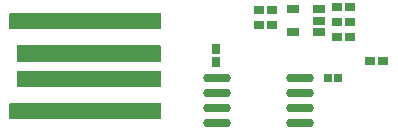
<source format=gbs>
G04 Layer: BottomSolderMaskLayer*
G04 EasyEDA v6.5.46, 2025-02-01 21:24:59*
G04 3faa27f7c1044bbbb46ecef337df57e6,286660f9466f4c8aba87c6f7285b94de,10*
G04 Gerber Generator version 0.2*
G04 Scale: 100 percent, Rotated: No, Reflected: No *
G04 Dimensions in millimeters *
G04 leading zeros omitted , absolute positions ,4 integer and 5 decimal *
%FSLAX45Y45*%
%MOMM*%

%AMMACRO1*4,1,8,-0.4161,-0.3208,-0.4458,-0.291,-0.4458,0.2911,-0.4161,0.3208,0.4161,0.3208,0.4458,0.2911,0.4458,-0.291,0.4161,-0.3208,-0.4161,-0.3208,0*%
%AMMACRO2*4,1,8,-0.2911,-0.4458,-0.3208,-0.4161,-0.3208,0.4161,-0.2911,0.4458,0.291,0.4458,0.3208,0.4161,0.3208,-0.4161,0.291,-0.4458,-0.2911,-0.4458,0*%
%AMMACRO3*4,1,8,-0.5207,-0.35,-0.55,-0.3207,-0.55,0.3207,-0.5207,0.35,0.5207,0.35,0.55,0.3207,0.55,-0.3207,0.5207,-0.35,-0.5207,-0.35,0*%
%AMMACRO4*4,1,8,0.5208,-0.3501,-0.5208,-0.35,-0.5501,-0.3207,-0.55,0.3207,-0.5207,0.35,0.5207,0.3501,0.55,0.3207,0.5501,-0.3207,0.5208,-0.3501,0*%
%AMMACRO5*4,1,8,-0.5207,-0.35,-0.55,-0.3207,-0.55,0.3208,-0.5207,0.35,0.5207,0.35,0.55,0.3208,0.55,-0.3207,0.5207,-0.35,-0.5207,-0.35,0*%
%AMMACRO6*4,1,8,-0.5207,-0.35,-0.55,-0.3207,-0.55,0.3207,-0.5207,0.35,0.5207,0.35,0.55,0.3207,0.55,-0.3206,0.5207,-0.3499,-0.5207,-0.35,0*%
%AMMACRO7*4,1,8,-0.5208,-0.3501,-0.55,-0.3207,-0.55,0.3207,-0.5208,0.3501,0.5207,0.35,0.55,0.3207,0.55,-0.3207,0.5207,-0.35,-0.5208,-0.3501,0*%
%AMMACRO8*4,1,8,-0.3039,-0.3208,-0.3336,-0.291,-0.3336,0.2911,-0.3039,0.3208,0.3038,0.3208,0.3336,0.2911,0.3336,-0.291,0.3038,-0.3208,-0.3039,-0.3208,0*%
%ADD10MACRO1*%
%ADD11MACRO2*%
%ADD12MACRO3*%
%ADD13MACRO4*%
%ADD14MACRO5*%
%ADD15MACRO6*%
%ADD16MACRO7*%
%ADD17O,2.3516082000000003X0.7315962*%
%ADD18MACRO8*%

%LPD*%
G36*
X-1276350Y-68579D02*
G01*
X-1276847Y-68554D01*
X-1277340Y-68483D01*
X-1277825Y-68361D01*
X-1278293Y-68193D01*
X-1278745Y-67980D01*
X-1279171Y-67724D01*
X-1279573Y-67426D01*
X-1279941Y-67091D01*
X-1280276Y-66723D01*
X-1280574Y-66321D01*
X-1280830Y-65895D01*
X-1281043Y-65443D01*
X-1281211Y-64975D01*
X-1281333Y-64490D01*
X-1281404Y-63997D01*
X-1281429Y-63500D01*
X-1281429Y63500D01*
X-1281404Y63997D01*
X-1281333Y64490D01*
X-1281211Y64975D01*
X-1281043Y65443D01*
X-1280830Y65895D01*
X-1280574Y66321D01*
X-1280276Y66723D01*
X-1279941Y67091D01*
X-1279573Y67426D01*
X-1279171Y67724D01*
X-1278745Y67980D01*
X-1278293Y68193D01*
X-1277825Y68361D01*
X-1277340Y68483D01*
X-1276847Y68554D01*
X-1276350Y68579D01*
X-69850Y68579D01*
X-69352Y68554D01*
X-68859Y68483D01*
X-68374Y68361D01*
X-67906Y68193D01*
X-67454Y67980D01*
X-67028Y67724D01*
X-66626Y67426D01*
X-66258Y67091D01*
X-65923Y66723D01*
X-65625Y66321D01*
X-65369Y65895D01*
X-65156Y65443D01*
X-64988Y64975D01*
X-64866Y64490D01*
X-64795Y63997D01*
X-64770Y63500D01*
X-64770Y-63500D01*
X-64795Y-63997D01*
X-64866Y-64490D01*
X-64988Y-64975D01*
X-65156Y-65443D01*
X-65369Y-65895D01*
X-65625Y-66321D01*
X-65923Y-66723D01*
X-66258Y-67091D01*
X-66626Y-67426D01*
X-67028Y-67724D01*
X-67454Y-67980D01*
X-67906Y-68193D01*
X-68374Y-68361D01*
X-68859Y-68483D01*
X-69352Y-68554D01*
X-69850Y-68579D01*
G37*
G36*
X-1276350Y147320D02*
G01*
X-1276847Y147345D01*
X-1277340Y147416D01*
X-1277825Y147538D01*
X-1278293Y147706D01*
X-1278745Y147919D01*
X-1279171Y148175D01*
X-1279573Y148473D01*
X-1279941Y148808D01*
X-1280276Y149176D01*
X-1280574Y149578D01*
X-1280830Y150004D01*
X-1281043Y150456D01*
X-1281211Y150924D01*
X-1281333Y151409D01*
X-1281404Y151902D01*
X-1281429Y152400D01*
X-1281429Y279400D01*
X-1281404Y279897D01*
X-1281333Y280390D01*
X-1281211Y280875D01*
X-1281043Y281343D01*
X-1280830Y281795D01*
X-1280574Y282221D01*
X-1280276Y282623D01*
X-1279941Y282991D01*
X-1279573Y283326D01*
X-1279171Y283624D01*
X-1278745Y283880D01*
X-1278293Y284093D01*
X-1277825Y284261D01*
X-1277340Y284383D01*
X-1276847Y284454D01*
X-1276350Y284479D01*
X-69850Y284479D01*
X-69352Y284454D01*
X-68859Y284383D01*
X-68374Y284261D01*
X-67906Y284093D01*
X-67454Y283880D01*
X-67028Y283624D01*
X-66626Y283326D01*
X-66258Y282991D01*
X-65923Y282623D01*
X-65625Y282221D01*
X-65369Y281795D01*
X-65156Y281343D01*
X-64988Y280875D01*
X-64866Y280390D01*
X-64795Y279897D01*
X-64770Y279400D01*
X-64770Y152400D01*
X-64795Y151902D01*
X-64866Y151409D01*
X-64988Y150924D01*
X-65156Y150456D01*
X-65369Y150004D01*
X-65625Y149578D01*
X-65923Y149176D01*
X-66258Y148808D01*
X-66626Y148473D01*
X-67028Y148175D01*
X-67454Y147919D01*
X-67906Y147706D01*
X-68374Y147538D01*
X-68859Y147416D01*
X-69352Y147345D01*
X-69850Y147320D01*
G37*
G36*
X-1339850Y420370D02*
G01*
X-1340347Y420395D01*
X-1340840Y420466D01*
X-1341325Y420588D01*
X-1341793Y420756D01*
X-1342245Y420969D01*
X-1342671Y421225D01*
X-1343073Y421523D01*
X-1343441Y421858D01*
X-1343776Y422226D01*
X-1344074Y422628D01*
X-1344330Y423054D01*
X-1344543Y423506D01*
X-1344711Y423974D01*
X-1344833Y424459D01*
X-1344904Y424952D01*
X-1344929Y425450D01*
X-1344929Y552450D01*
X-1344904Y552947D01*
X-1344833Y553440D01*
X-1344711Y553925D01*
X-1344543Y554393D01*
X-1344330Y554845D01*
X-1344074Y555271D01*
X-1343776Y555673D01*
X-1343441Y556041D01*
X-1343073Y556376D01*
X-1342671Y556674D01*
X-1342245Y556930D01*
X-1341793Y557143D01*
X-1341325Y557311D01*
X-1340840Y557433D01*
X-1340347Y557504D01*
X-1339850Y557529D01*
X-69850Y557529D01*
X-69352Y557504D01*
X-68859Y557433D01*
X-68374Y557311D01*
X-67906Y557143D01*
X-67454Y556930D01*
X-67028Y556674D01*
X-66626Y556376D01*
X-66258Y556041D01*
X-65923Y555673D01*
X-65625Y555271D01*
X-65369Y554845D01*
X-65156Y554393D01*
X-64988Y553925D01*
X-64866Y553440D01*
X-64795Y552947D01*
X-64770Y552450D01*
X-64770Y425450D01*
X-64795Y424952D01*
X-64866Y424459D01*
X-64988Y423974D01*
X-65156Y423506D01*
X-65369Y423054D01*
X-65625Y422628D01*
X-65923Y422226D01*
X-66258Y421858D01*
X-66626Y421523D01*
X-67028Y421225D01*
X-67454Y420969D01*
X-67906Y420756D01*
X-68374Y420588D01*
X-68859Y420466D01*
X-69352Y420395D01*
X-69850Y420370D01*
G37*
G36*
X-1339850Y-341629D02*
G01*
X-1340347Y-341604D01*
X-1340840Y-341533D01*
X-1341325Y-341411D01*
X-1341793Y-341243D01*
X-1342245Y-341030D01*
X-1342671Y-340774D01*
X-1343073Y-340476D01*
X-1343441Y-340141D01*
X-1343776Y-339773D01*
X-1344074Y-339371D01*
X-1344330Y-338945D01*
X-1344543Y-338493D01*
X-1344711Y-338025D01*
X-1344833Y-337540D01*
X-1344904Y-337047D01*
X-1344929Y-336550D01*
X-1344929Y-209550D01*
X-1344904Y-209052D01*
X-1344833Y-208559D01*
X-1344711Y-208074D01*
X-1344543Y-207606D01*
X-1344330Y-207154D01*
X-1344074Y-206728D01*
X-1343776Y-206326D01*
X-1343441Y-205958D01*
X-1343073Y-205623D01*
X-1342671Y-205325D01*
X-1342245Y-205069D01*
X-1341793Y-204856D01*
X-1341325Y-204688D01*
X-1340840Y-204566D01*
X-1340347Y-204495D01*
X-1339850Y-204470D01*
X-69850Y-204470D01*
X-69352Y-204495D01*
X-68859Y-204566D01*
X-68374Y-204688D01*
X-67906Y-204856D01*
X-67454Y-205069D01*
X-67028Y-205325D01*
X-66626Y-205623D01*
X-66258Y-205958D01*
X-65923Y-206326D01*
X-65625Y-206728D01*
X-65369Y-207154D01*
X-65156Y-207606D01*
X-64988Y-208074D01*
X-64866Y-208559D01*
X-64795Y-209052D01*
X-64770Y-209550D01*
X-64770Y-336550D01*
X-64795Y-337047D01*
X-64866Y-337540D01*
X-64988Y-338025D01*
X-65156Y-338493D01*
X-65369Y-338945D01*
X-65625Y-339371D01*
X-65923Y-339773D01*
X-66258Y-340141D01*
X-66626Y-340476D01*
X-67028Y-340774D01*
X-67454Y-341030D01*
X-67906Y-341243D01*
X-68374Y-341411D01*
X-68859Y-341533D01*
X-69352Y-341604D01*
X-69850Y-341629D01*
G37*
D10*
G01*
X1431396Y482597D03*
G01*
X1540408Y482597D03*
G01*
X1431396Y609597D03*
G01*
X1540408Y609597D03*
G01*
X1431396Y355597D03*
G01*
X1540408Y355597D03*
G01*
X880005Y584200D03*
G01*
X770994Y584200D03*
G01*
X880005Y457200D03*
G01*
X770994Y457200D03*
D11*
G01*
X406400Y257705D03*
G01*
X406400Y148694D03*
D12*
G01*
X1278408Y495300D03*
D13*
G01*
X1278409Y400310D03*
D14*
G01*
X1278404Y590290D03*
D15*
G01*
X1058393Y400296D03*
D16*
G01*
X1058395Y590302D03*
D17*
G01*
X1115009Y12700D03*
G01*
X1115009Y-114300D03*
G01*
X1115009Y-241300D03*
G01*
X1115009Y-368300D03*
G01*
X408990Y12700D03*
G01*
X408990Y-114300D03*
G01*
X408990Y-241300D03*
G01*
X408990Y-368300D03*
D10*
G01*
X1710794Y152400D03*
G01*
X1819805Y152400D03*
D18*
G01*
X1440282Y12700D03*
G01*
X1353717Y12700D03*
M02*

</source>
